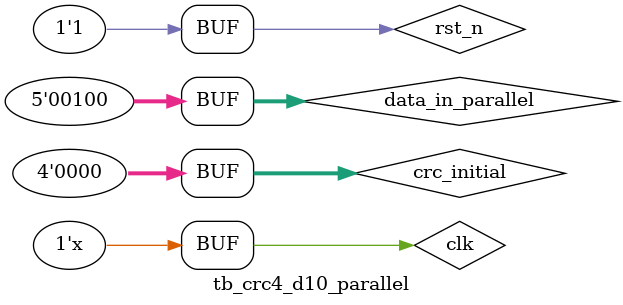
<source format=v>
`timescale 1ns/1ns
module tb_crc4_d10_parallel();
    parameter   CRC_WIDTH  = 4 ; //CRC校验码宽度
    parameter   DATA_WIDTH = 5; //CRC校验数据长度
    reg                         clk             ;
    reg                         rst_n           ;
    reg     [CRC_WIDTH-1:0]     crc_initial     ;
    reg     [DATA_WIDTH-1:0]    data_in_parallel;
    wire    [CRC_WIDTH-1:0]     data_out        ;
    wire                        dout_vld        ;

    initial begin
        clk = 1'b0;
        rst_n = 1'b1;
        data_in_parallel <= 5'b00000;
        crc_initial <= 4'b0000;
        
        #20
        rst_n = 1'b0;        
        #200
        rst_n = 1'b1;
        
        #20
        data_in_parallel <= 5'b00100;
           
    end

    always #10 clk = ~clk;
  

crc4_d10_parallel
#(
    .CRC_WIDTH (CRC_WIDTH ), //CRC校验码宽度
    .DATA_WIDTH(DATA_WIDTH)  //CRC校验数据长度
)
crc4_d10_parallel_inst
(
    .clk                (clk                ),
    .rst_n              (rst_n              ),
    .crc_initial        (crc_initial        ),      
    .data_in_parallel   (data_in_parallel   ),
    .data_out           (data_out           ),
    .dout_vld           (dout_vld           ) 
);

endmodule


</source>
